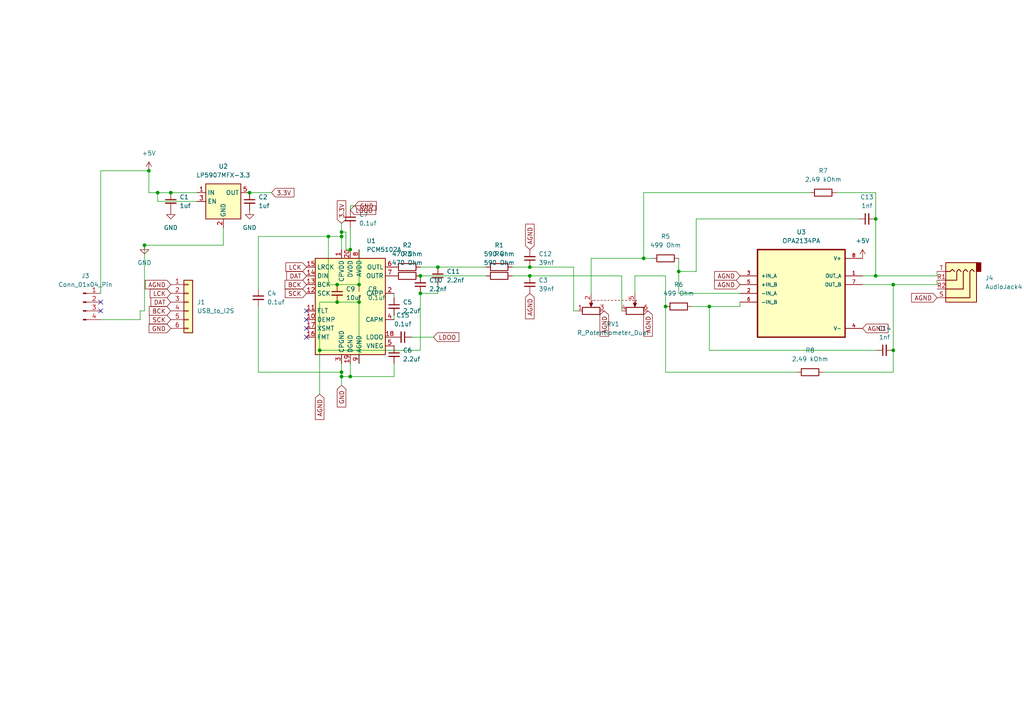
<source format=kicad_sch>
(kicad_sch (version 20250114) (generator "eeschema") (generator_version "9.0")
  (paper "A4")
  (lib_symbols
    (symbol "Audio:PCM5102A"
      (property "Reference" "U" (at -10.16 13.97 0))
      (property "Value" "PCM5102A" (at 3.81 13.97 0))
      (symbol "PCM5102A_0_1"
        (rectangle (start -10.16 12.7) (end 10.16 -15.24) (stroke (width 0.254)) (fill (type background)))
      )
      (symbol "PCM5102A_1_1"
        (pin input line (at -12.7 10.16 0) (length 2.54) (name "LRCK") (number "15"))
        (pin input line (at -12.7 7.62 0) (length 2.54) (name "DIN") (number "14"))
        (pin input line (at -12.7 5.08 0) (length 2.54) (name "BCK") (number "13"))
        (pin input line (at -12.7 2.54 0) (length 2.54) (name "SCK") (number "12"))
        (pin input line (at -12.7 -2.54 0) (length 2.54) (name "FLT") (number "11"))
        (pin input line (at -12.7 -5.08 0) (length 2.54) (name "DEMP") (number "10"))
        (pin input line (at -12.7 -7.62 0) (length 2.54) (name "XSMT") (number "17"))
        (pin input line (at -12.7 -10.16 0) (length 2.54) (name "FMT") (number "16"))
        (pin passive line (at -2.54 15.24 270) (length 2.54) (name "CPVDD") (number "1"))
        (pin power_in line (at -2.54 -17.78 90) (length 2.54) (name "CPGND") (number "3"))
        (pin power_in line (at 0 15.24 270) (length 2.54) (name "DVDD") (number "20"))
        (pin power_in line (at 0 -17.78 90) (length 2.54) (name "DGND") (number "19"))
        (pin power_in line (at 2.54 15.24 270) (length 2.54) (name "AVDD") (number "8"))
        (pin power_in line (at 2.54 -17.78 90) (length 2.54) (name "AGND") (number "9"))
        (pin output line (at 12.7 10.16 180) (length 2.54) (name "OUTL") (number "6"))
        (pin output line (at 12.7 7.62 180) (length 2.54) (name "OUTR") (number "7"))
        (pin passive line (at 12.7 2.54 180) (length 2.54) (name "CAPP") (number "2"))
        (pin passive line (at 12.7 -5.08 180) (length 2.54) (name "CAPM") (number "4"))
        (pin passive line (at 12.7 -10.16 180) (length 2.54) (name "LDOO") (number "18"))
        (pin passive line (at 12.7 -12.7 180) (length 2.54) (name "VNEG") (number "5"))
      )
    )
    (symbol "Connector:Conn_01x04_Pin" (pin_names (offset 1.016) (hide yes))
      (property "Reference" "J3" (at 0.635 7.62 0))
      (property "Value" "Conn_01x04_Pin" (at 0.635 5.08 0))
      (symbol "Conn_01x04_Pin_1_1"
        (rectangle (start 0.8636 2.667) (end 0 2.413) (stroke (width 0.1524)) (fill (type outline)))
        (rectangle (start 0.8636 0.127) (end 0 -0.127) (stroke (width 0.1524)) (fill (type outline)))
        (rectangle (start 0.8636 -2.413) (end 0 -2.667) (stroke (width 0.1524)) (fill (type outline)))
        (rectangle (start 0.8636 -4.953) (end 0 -5.207) (stroke (width 0.1524)) (fill (type outline)))
        (polyline (pts (xy 1.27 2.54) (xy 0.8636 2.54)) (stroke (width 0.1524)))
        (polyline (pts (xy 1.27 0) (xy 0.8636 0)) (stroke (width 0.1524)))
        (polyline (pts (xy 1.27 -2.54) (xy 0.8636 -2.54)) (stroke (width 0.1524)))
        (polyline (pts (xy 1.27 -5.08) (xy 0.8636 -5.08)) (stroke (width 0.1524)))
        (pin power_out line (at 5.08 2.54 180) (length 3.81) (name "Pin_1") (number "1"))
        (pin passive line (at 5.08 0 180) (length 3.81) (name "Pin_2") (number "2"))
        (pin passive line (at 5.08 -2.54 180) (length 3.81) (name "Pin_3") (number "3"))
        (pin power_in line (at 5.08 -5.08 180) (length 3.81) (name "Pin_4") (number "4"))
      )
    )
    (symbol "Connector_Audio:AudioJack4"
      (property "Reference" "J" (at 0 8.89 0))
      (property "Value" "AudioJack4" (at 0 6.35 0))
      (symbol "AudioJack4_0_1"
        (rectangle (start -6.35 -5.08) (end -7.62 -7.62) (stroke (width 0.254)) (fill (type outline)))
        (polyline (pts (xy -5.715 -5.08) (xy -5.08 -5.715) (xy -4.445 -5.08) (xy -4.445 2.54) (xy 2.54 2.54)) (stroke (width 0.254)))
        (polyline (pts (xy -1.905 -5.08) (xy -1.27 -5.715) (xy -0.635 -5.08) (xy -0.635 -2.54) (xy 2.54 -2.54)) (stroke (width 0.254)))
        (polyline (pts (xy 0 -5.08) (xy 0.635 -5.715) (xy 1.27 -5.08) (xy 2.54 -5.08)) (stroke (width 0.254)))
        (rectangle (start 2.54 3.81) (end -6.35 -7.62) (stroke (width 0.254)) (fill (type background)))
        (polyline (pts (xy 2.54 0) (xy -2.54 0) (xy -2.54 -5.08) (xy -3.175 -5.715) (xy -3.81 -5.08)) (stroke (width 0.254)))
      )
      (symbol "AudioJack4_1_1"
        (pin passive line (at 5.08 2.54 180) (length 2.54) (name "~") (number "S"))
        (pin passive line (at 5.08 0 180) (length 2.54) (name "~") (number "R2"))
        (pin passive line (at 5.08 -2.54 180) (length 2.54) (name "~") (number "R1"))
        (pin passive line (at 5.08 -5.08 180) (length 2.54) (name "~") (number "T"))
      )
    )
    (symbol "Connector_Generic:Conn_01x06" (pin_names (offset 1.016) (hide yes))
      (property "Reference" "J1" (at 2.54 0.0001 0))
      (property "Value" "USB_to_I2S" (at 2.54 -2.5399 0))
      (symbol "Conn_01x06_1_1"
        (rectangle (start -1.27 6.35) (end 1.27 -8.89) (stroke (width 0.254)) (fill (type background)))
        (rectangle (start -1.27 5.207) (end 0 4.953) (stroke (width 0.1524)))
        (rectangle (start -1.27 2.667) (end 0 2.413) (stroke (width 0.1524)))
        (rectangle (start -1.27 0.127) (end 0 -0.127) (stroke (width 0.1524)))
        (rectangle (start -1.27 -2.413) (end 0 -2.667) (stroke (width 0.1524)))
        (rectangle (start -1.27 -4.953) (end 0 -5.207) (stroke (width 0.1524)))
        (rectangle (start -1.27 -7.493) (end 0 -7.747) (stroke (width 0.1524)))
        (pin power_out line (at -5.08 5.08 0) (length 3.81) (name "Pin_1") (number "1"))
        (pin passive line (at -5.08 2.54 0) (length 3.81) (name "Pin_2") (number "2"))
        (pin passive line (at -5.08 0 0) (length 3.81) (name "Pin_3") (number "3"))
        (pin passive line (at -5.08 -2.54 0) (length 3.81) (name "Pin_4") (number "4"))
        (pin passive line (at -5.08 -5.08 0) (length 3.81) (name "Pin_5") (number "5"))
        (pin power_out line (at -5.08 -7.62 0) (length 3.81) (name "Pin_6") (number "6"))
      )
    )
    (symbol "Device:C_Small" (pin_numbers (hide yes)) (pin_names (offset 0.254) (hide yes))
      (property "Reference" "C" (at 0.254 1.778 0))
      (property "Value" "C_Small" (at 0.254 -2.032 0))
      (symbol "C_Small_0_1"
        (polyline (pts (xy -1.524 0.508) (xy 1.524 0.508)) (stroke (width 0.3048)))
        (polyline (pts (xy -1.524 -0.508) (xy 1.524 -0.508)) (stroke (width 0.3302)))
      )
      (symbol "C_Small_1_1"
        (pin passive line (at 0 2.54 270) (length 2.032) (name "~") (number "1"))
        (pin passive line (at 0 -2.54 90) (length 2.032) (name "~") (number "2"))
      )
    )
    (symbol "Device:R" (pin_numbers (hide yes)) (pin_names (offset 0))
      (property "Reference" "R" (at 2.032 0 90))
      (property "Value" "R" (at 0 0 90))
      (symbol "R_0_1"
        (rectangle (start -1.016 -2.54) (end 1.016 2.54) (stroke (width 0.254)))
      )
      (symbol "R_1_1"
        (pin passive line (at 0 3.81 270) (length 1.27) (name "~") (number "1"))
        (pin passive line (at 0 -3.81 90) (length 1.27) (name "~") (number "2"))
      )
    )
    (symbol "Device:R_Potentiometer_Dual" (pin_names (offset 1.016) (hide yes))
      (property "Reference" "RV" (at 0 3.81 0))
      (property "Value" "R_Potentiometer_Dual" (at 0 1.905 0))
      (symbol "R_Potentiometer_Dual_0_1"
        (rectangle (start -8.89 -1.524) (end -3.81 -3.556) (stroke (width 0.254)))
        (polyline (pts (xy -6.35 0) (xy -6.35 -1.016)))
        (polyline (pts (xy -6.35 0) (xy -6.35 -1.016)))
        (polyline (pts (xy -6.35 0) (xy -5.842 0.508)))
        (polyline (pts (xy -6.35 -1.397) (xy -6.858 -0.254) (xy -5.842 -0.254) (xy -6.35 -1.397)) (fill (type outline)))
        (polyline (pts (xy -5.588 0.508) (xy -5.08 0.508)))
        (polyline (pts (xy -4.572 0.508) (xy -4.064 0.508)))
        (polyline (pts (xy -3.556 0.508) (xy -3.048 0.508)))
        (polyline (pts (xy -2.54 0.508) (xy -2.032 0.508)))
        (polyline (pts (xy -1.524 0.508) (xy -1.016 0.508)))
        (polyline (pts (xy -0.508 0.508) (xy 0 0.508)))
        (polyline (pts (xy 0.508 0.508) (xy 1.016 0.508)))
        (polyline (pts (xy 1.524 0.508) (xy 2.032 0.508)))
        (polyline (pts (xy 2.54 0.508) (xy 3.048 0.508)))
        (polyline (pts (xy 3.556 0.508) (xy 4.064 0.508)))
        (rectangle (start 3.81 -1.524) (end 8.89 -3.556) (stroke (width 0.254)))
        (polyline (pts (xy 4.572 0.508) (xy 5.08 0.508)))
        (polyline (pts (xy 5.588 0.508) (xy 6.096 0.508)))
        (polyline (pts (xy 6.35 0) (xy 6.35 -1.016)))
        (polyline (pts (xy 6.35 0) (xy 6.35 -1.016)))
        (polyline (pts (xy 6.35 -1.397) (xy 5.842 -0.254) (xy 6.858 -0.254) (xy 6.35 -1.397)) (fill (type outline)))
        (polyline (pts (xy 6.604 0.508) (xy 6.858 0.508) (xy 6.35 0)))
      )
      (symbol "R_Potentiometer_Dual_1_1"
        (pin passive line (at -10.16 -2.54 0) (length 1.27) (name "1") (number "1"))
        (pin passive line (at -6.35 2.54 270) (length 2.54) (name "2") (number "2"))
        (pin passive line (at -2.54 -2.54 180) (length 1.27) (name "3") (number "3"))
        (pin passive line (at 2.54 -2.54 0) (length 1.27) (name "4") (number "4"))
        (pin passive line (at 6.35 2.54 270) (length 2.54) (name "5") (number "5"))
        (pin passive line (at 10.16 -2.54 180) (length 1.27) (name "6") (number "6"))
      )
    )
    (symbol "OPA2134PA:OPA2134PA" (pin_names (offset 1.016))
      (property "Reference" "U" (at -12.7 13.7 0))
      (property "Value" "OPA2134PA" (at -12.7 -16.7 0))
      (symbol "OPA2134PA_0_0"
        (rectangle (start -12.7 -12.7) (end 12.7 12.7) (stroke (width 0.41)) (fill (type background)))
        (pin input line (at -17.78 5.08 0) (length 5.08) (name "+IN_A") (number "3"))
        (pin input line (at -17.78 2.54 0) (length 5.08) (name "+IN_B") (number "5"))
        (pin input line (at -17.78 0 0) (length 5.08) (name "-IN_A") (number "2"))
        (pin input line (at -17.78 -2.54 0) (length 5.08) (name "-IN_B") (number "6"))
        (pin power_in line (at 17.78 10.16 180) (length 5.08) (name "V+") (number "8"))
        (pin output line (at 17.78 5.08 180) (length 5.08) (name "OUT_A") (number "1"))
        (pin output line (at 17.78 2.54 180) (length 5.08) (name "OUT_B") (number "7"))
        (pin power_in line (at 17.78 -10.16 180) (length 5.08) (name "V-") (number "4"))
      )
    )
    (symbol "Regulator_Linear:LP5907MFX-3.3"
      (property "Reference" "U" (at -3.81 6.35 0))
      (property "Value" "LP5907MFX-3.3" (at 6.35 6.35 0))
      (symbol "LP5907MFX-3.3_0_1"
        (rectangle (start -5.08 -5.08) (end 5.08 5.08) (stroke (width 0.254)) (fill (type background)))
        (pin power_in line (at -7.62 2.54 0) (length 2.54) (name "IN") (number "1"))
        (pin input line (at -7.62 0 0) (length 2.54) (name "EN") (number "3"))
        (pin power_in line (at 0 -7.62 90) (length 2.54) (name "GND") (number "2"))
        (pin no_connect line (at 5.08 0 180) (length 2.54) (hide yes) (name "NC") (number "4"))
        (pin power_out line (at 7.62 2.54 180) (length 2.54) (name "OUT") (number "5"))
      )
    )
    (symbol "power:+5V" (power) (pin_numbers (hide yes)) (pin_names (offset 0) (hide yes))
      (property "Value" "+5V" (at 0 3.556 0))
      (symbol "+5V_0_1"
        (polyline (pts (xy -0.762 1.27) (xy 0 2.54)))
        (polyline (pts (xy 0 2.54) (xy 0.762 1.27)))
        (polyline (pts (xy 0 0) (xy 0 2.54)))
      )
      (symbol "+5V_1_1"
        (pin power_in line (at 0 0 90) (length 0) (name "~") (number "1"))
      )
    )
    (symbol "power:GND" (power) (pin_numbers (hide yes)) (pin_names (offset 0) (hide yes))
      (property "Value" "GND" (at 0 -3.81 0))
      (symbol "GND_0_1"
        (polyline (pts (xy 0 0) (xy 0 -1.27) (xy 1.27 -1.27) (xy 0 -2.54) (xy -1.27 -1.27) (xy 0 -1.27)))
      )
      (symbol "GND_1_1"
        (pin power_in line (at 0 0 270) (length 0) (name "~") (number "1"))
      )
    )
  )
  (junction (at 254 80.01))
  (junction (at 95.25 68.58))
  (junction (at 99.06 109.22))
  (junction (at 72.39 55.88))
  (junction (at 49.53 55.88))
  (junction (at 97.79 82.55))
  (junction (at 97.79 87.63))
  (junction (at 104.14 87.63))
  (junction (at 43.18 49.53))
  (junction (at 205.74 88.9))
  (junction (at 259.08 101.6))
  (junction (at 45.72 55.88))
  (junction (at 41.91 71.12))
  (junction (at 99.06 107.95))
  (junction (at 153.67 80.01))
  (junction (at 196.85 78.74))
  (junction (at 92.71 101.6))
  (junction (at 254 63.5))
  (junction (at 186.69 74.93))
  (junction (at 101.6 72.39))
  (junction (at 193.04 88.9))
  (junction (at 121.92 85.09))
  (junction (at 104.14 82.55))
  (junction (at 101.6 109.22))
  (junction (at 127 77.47))
  (junction (at 153.67 77.47))
  (junction (at 99.06 68.58))
  (junction (at 121.92 80.01))
  (junction (at 99.06 67.31))
  (junction (at 259.08 82.55))
  (no_connect (at 88.9 92.71))
  (no_connect (at 29.21 87.63))
  (no_connect (at 88.9 95.25))
  (no_connect (at 88.9 90.17))
  (no_connect (at 29.21 90.17))
  (no_connect (at 88.9 97.79))
  (wire (pts (xy 99.06 107.95) (xy 99.06 105.41)))
  (wire (pts (xy 97.79 82.55) (xy 95.25 82.55)))
  (wire (pts (xy 148.59 80.01) (xy 153.67 80.01)))
  (wire (pts (xy 205.74 88.9) (xy 205.74 101.6)))
  (wire (pts (xy 166.37 90.17) (xy 167.64 90.17)))
  (wire (pts (xy 97.79 82.55) (xy 104.14 82.55)))
  (wire (pts (xy 40.64 90.17) (xy 40.64 92.71)))
  (wire (pts (xy 193.04 107.95) (xy 231.14 107.95)))
  (wire (pts (xy 100.33 72.39) (xy 101.6 72.39)))
  (wire (pts (xy 41.91 71.12) (xy 64.77 71.12)))
  (wire (pts (xy 104.14 87.63) (xy 104.14 105.41)))
  (wire (pts (xy 114.3 105.41) (xy 114.3 109.22)))
  (wire (pts (xy 259.08 107.95) (xy 259.08 101.6)))
  (wire (pts (xy 114.3 85.09) (xy 114.3 86.36)))
  (wire (pts (xy 45.72 58.42) (xy 45.72 55.88)))
  (wire (pts (xy 43.18 49.53) (xy 29.21 49.53)))
  (wire (pts (xy 92.71 101.6) (xy 121.92 101.6)))
  (wire (pts (xy 184.15 85.09) (xy 184.15 80.01)))
  (wire (pts (xy 99.06 109.22) (xy 101.6 109.22)))
  (wire (pts (xy 74.93 68.58) (xy 95.25 68.58)))
  (wire (pts (xy 40.64 92.71) (xy 29.21 92.71)))
  (wire (pts (xy 43.18 49.53) (xy 43.18 55.88)))
  (wire (pts (xy 102.87 59.69) (xy 101.6 59.69)))
  (wire (pts (xy 57.15 58.42) (xy 45.72 58.42)))
  (wire (pts (xy 250.19 80.01) (xy 254 80.01)))
  (wire (pts (xy 43.18 55.88) (xy 45.72 55.88)))
  (wire (pts (xy 201.93 63.5) (xy 248.92 63.5)))
  (wire (pts (xy 29.21 49.53) (xy 29.21 85.09)))
  (wire (pts (xy 259.08 82.55) (xy 259.08 101.6)))
  (wire (pts (xy 41.91 71.12) (xy 41.91 90.17)))
  (wire (pts (xy 259.08 82.55) (xy 271.78 82.55)))
  (wire (pts (xy 101.6 66.04) (xy 101.6 72.39)))
  (wire (pts (xy 254 80.01) (xy 271.78 80.01)))
  (wire (pts (xy 166.37 77.47) (xy 166.37 90.17)))
  (wire (pts (xy 95.25 68.58) (xy 99.06 68.58)))
  (wire (pts (xy 121.92 80.01) (xy 140.97 80.01)))
  (wire (pts (xy 186.69 55.88) (xy 234.95 55.88)))
  (wire (pts (xy 74.93 83.82) (xy 74.93 68.58)))
  (wire (pts (xy 200.66 88.9) (xy 205.74 88.9)))
  (wire (pts (xy 205.74 101.6) (xy 254 101.6)))
  (wire (pts (xy 101.6 109.22) (xy 114.3 109.22)))
  (wire (pts (xy 99.06 68.58) (xy 99.06 72.39)))
  (wire (pts (xy 127 77.47) (xy 140.97 77.47)))
  (wire (pts (xy 101.6 59.69) (xy 101.6 60.96)))
  (wire (pts (xy 184.15 80.01) (xy 193.04 80.01)))
  (wire (pts (xy 271.78 82.55) (xy 271.78 81.28)))
  (wire (pts (xy 114.3 91.44) (xy 114.3 92.71)))
  (wire (pts (xy 196.85 74.93) (xy 196.85 78.74)))
  (wire (pts (xy 271.78 80.01) (xy 271.78 78.74)))
  (wire (pts (xy 193.04 80.01) (xy 193.04 88.9)))
  (wire (pts (xy 92.71 101.6) (xy 92.71 114.3)))
  (wire (pts (xy 92.71 87.63) (xy 92.71 101.6)))
  (wire (pts (xy 205.74 88.9) (xy 214.63 88.9)))
  (wire (pts (xy 153.67 77.47) (xy 166.37 77.47)))
  (wire (pts (xy 214.63 88.9) (xy 214.63 87.63)))
  (wire (pts (xy 74.93 88.9) (xy 74.93 107.95)))
  (wire (pts (xy 238.76 107.95) (xy 259.08 107.95)))
  (wire (pts (xy 64.77 71.12) (xy 64.77 66.04)))
  (wire (pts (xy 196.85 78.74) (xy 196.85 85.09)))
  (wire (pts (xy 186.69 74.93) (xy 186.69 55.88)))
  (wire (pts (xy 97.79 87.63) (xy 104.14 87.63)))
  (wire (pts (xy 74.93 107.95) (xy 99.06 107.95)))
  (wire (pts (xy 171.45 85.09) (xy 171.45 74.93)))
  (wire (pts (xy 254 63.5) (xy 254 80.01)))
  (wire (pts (xy 119.38 97.79) (xy 125.73 97.79)))
  (wire (pts (xy 100.33 67.31) (xy 100.33 72.39)))
  (wire (pts (xy 242.57 55.88) (xy 254 55.88)))
  (wire (pts (xy 121.92 85.09) (xy 127 85.09)))
  (wire (pts (xy 121.92 77.47) (xy 127 77.47)))
  (wire (pts (xy 104.14 72.39) (xy 104.14 82.55)))
  (wire (pts (xy 99.06 109.22) (xy 99.06 111.76)))
  (wire (pts (xy 171.45 74.93) (xy 186.69 74.93)))
  (wire (pts (xy 99.06 67.31) (xy 99.06 68.58)))
  (wire (pts (xy 99.06 64.77) (xy 99.06 67.31)))
  (wire (pts (xy 196.85 78.74) (xy 201.93 78.74)))
  (wire (pts (xy 193.04 88.9) (xy 193.04 107.95)))
  (wire (pts (xy 148.59 77.47) (xy 153.67 77.47)))
  (wire (pts (xy 180.34 80.01) (xy 180.34 90.17)))
  (wire (pts (xy 201.93 78.74) (xy 201.93 63.5)))
  (wire (pts (xy 99.06 107.95) (xy 99.06 109.22)))
  (wire (pts (xy 196.85 85.09) (xy 214.63 85.09)))
  (wire (pts (xy 45.72 55.88) (xy 49.53 55.88)))
  (wire (pts (xy 186.69 74.93) (xy 189.23 74.93)))
  (wire (pts (xy 153.67 80.01) (xy 180.34 80.01)))
  (wire (pts (xy 40.64 90.17) (xy 41.91 90.17)))
  (wire (pts (xy 95.25 82.55) (xy 95.25 68.58)))
  (wire (pts (xy 49.53 55.88) (xy 57.15 55.88)))
  (wire (pts (xy 99.06 67.31) (xy 100.33 67.31)))
  (wire (pts (xy 121.92 85.09) (xy 121.92 101.6)))
  (wire (pts (xy 127 82.55) (xy 127 85.09)))
  (wire (pts (xy 101.6 105.41) (xy 101.6 109.22)))
  (wire (pts (xy 254 55.88) (xy 254 63.5)))
  (wire (pts (xy 97.79 87.63) (xy 92.71 87.63)))
  (wire (pts (xy 250.19 82.55) (xy 259.08 82.55)))
  (wire (pts (xy 78.74 55.88) (xy 72.39 55.88)))
  (global_label "BCK" (shape input) (at 88.9 82.55 180) (property "Intersheetrefs" "${INTERSHEET_REFS}" (effects (hide yes))))
  (global_label "AGND" (shape input) (at 187.96 90.17 270) (property "Intersheetrefs" "${INTERSHEET_REFS}" (effects (hide yes))))
  (global_label "LCK" (shape input) (at 88.9 77.47 180) (property "Intersheetrefs" "${INTERSHEET_REFS}" (effects (hide yes))))
  (global_label "AGND" (shape input) (at 271.78 86.36 180) (property "Intersheetrefs" "${INTERSHEET_REFS}" (effects (hide yes))))
  (global_label "GND" (shape input) (at 102.87 59.69 0) (property "Intersheetrefs" "${INTERSHEET_REFS}" (effects (hide yes))))
  (global_label "AGND" (shape input) (at 49.53 82.55 180) (property "Intersheetrefs" "${INTERSHEET_REFS}" (effects (hide yes))))
  (global_label "SCK" (shape input) (at 88.9 85.09 180) (property "Intersheetrefs" "${INTERSHEET_REFS}" (effects (hide yes))))
  (global_label "AGND" (shape input) (at 153.67 85.09 270) (property "Intersheetrefs" "${INTERSHEET_REFS}" (effects (hide yes))))
  (global_label "BCK" (shape input) (at 49.53 90.17 180) (property "Intersheetrefs" "${INTERSHEET_REFS}" (effects (hide yes))))
  (global_label "GND" (shape input) (at 49.53 95.25 180) (property "Intersheetrefs" "${INTERSHEET_REFS}" (effects (hide yes))))
  (global_label "AGND" (shape input) (at 92.71 114.3 270) (property "Intersheetrefs" "${INTERSHEET_REFS}" (effects (hide yes))))
  (global_label "AGND" (shape input) (at 214.63 80.01 180) (property "Intersheetrefs" "${INTERSHEET_REFS}" (effects (hide yes))))
  (global_label "DAT" (shape input) (at 88.9 80.01 180) (property "Intersheetrefs" "${INTERSHEET_REFS}" (effects (hide yes))))
  (global_label "AGND" (shape input) (at 153.67 72.39 90) (property "Intersheetrefs" "${INTERSHEET_REFS}" (effects (hide yes))))
  (global_label "DAT" (shape input) (at 49.53 87.63 180) (property "Intersheetrefs" "${INTERSHEET_REFS}" (effects (hide yes))))
  (global_label "3.3V" (shape input) (at 99.06 64.77 90) (property "Intersheetrefs" "${INTERSHEET_REFS}" (effects (hide yes))))
  (global_label "AGND" (shape input) (at 250.19 95.25 0) (property "Intersheetrefs" "${INTERSHEET_REFS}" (effects (hide yes))))
  (global_label "LDOO" (shape input) (at 101.6 60.96 0) (property "Intersheetrefs" "${INTERSHEET_REFS}" (effects (hide yes))))
  (global_label "3.3V" (shape input) (at 78.74 55.88 0) (property "Intersheetrefs" "${INTERSHEET_REFS}" (effects (hide yes))))
  (global_label "SCK" (shape input) (at 49.53 92.71 180) (property "Intersheetrefs" "${INTERSHEET_REFS}" (effects (hide yes))))
  (global_label "LCK" (shape input) (at 49.53 85.09 180) (property "Intersheetrefs" "${INTERSHEET_REFS}" (effects (hide yes))))
  (global_label "GND" (shape input) (at 99.06 111.76 270) (property "Intersheetrefs" "${INTERSHEET_REFS}" (effects (hide yes))))
  (global_label "AGND" (shape input) (at 175.26 90.17 270) (property "Intersheetrefs" "${INTERSHEET_REFS}" (effects (hide yes))))
  (global_label "AGND" (shape input) (at 214.63 82.55 180) (property "Intersheetrefs" "${INTERSHEET_REFS}" (effects (hide yes))))
  (global_label "LDOO" (shape input) (at 125.73 97.79 0) (property "Intersheetrefs" "${INTERSHEET_REFS}" (effects (hide yes))))
  (symbol (lib_id "Device:R") (at 118.11 77.47 90) (unit 1)
    (property "Reference" "R2" (at 118.11 71.12 90))
    (property "Value" "470 Ohm" (at 118.11 73.66 90))
    (property "Footprint" "Resistor_SMD:R_0201_0603Metric" (effects (hide yes)))
    (property "Description" "Resistor" (effects (hide yes)))
  )
  (symbol (lib_id "Device:C_Small") (at 256.54 101.6 90) (unit 1)
    (property "Reference" "C14" (at 256.5463 95.25 90))
    (property "Value" "1nf" (at 256.5463 97.79 90))
    (property "Footprint" "Capacitor_SMD:C_0201_0603Metric" (effects (hide yes)))
    (property "Description" "Unpolarized capacitor, small symbol" (effects (hide yes)))
  )
  (symbol (lib_id "Regulator_Linear:LP5907MFX-3.3") (at 64.77 58.42 0) (unit 1)
    (property "Reference" "U2" (at 64.77 48.26 0))
    (property "Value" "LP5907MFX-3.3" (at 64.77 50.8 0))
    (property "Footprint" "Package_TO_SOT_SMD:SOT-23-5" (effects (hide yes)))
    (property "Datasheet" "http://www.ti.com/lit/ds/symlink/lp5907.pdf" (effects (hide yes)))
    (property "Description" "250-mA Ultra-Low-Noise Low-IQ LDO, 3.3V, SOT-23" (effects (hide yes)))
  )
  (symbol (lib_id "Device:C_Small") (at 153.67 82.55 180) (unit 1)
    (property "Reference" "C3" (at 156.21 81.2735 0) (effects (justify right)))
    (property "Value" "39nf" (at 156.21 83.8135 0) (effects (justify right)))
    (property "Footprint" "Capacitor_SMD:C_0201_0603Metric" (effects (hide yes)))
    (property "Description" "Unpolarized capacitor, small symbol" (effects (hide yes)))
  )
  (symbol (lib_id "Device:C_Small") (at 121.92 82.55 180) (unit 1)
    (property "Reference" "C10" (at 124.46 81.2735 0) (effects (justify right)))
    (property "Value" "2.2nf" (at 124.46 83.8135 0) (effects (justify right)))
    (property "Footprint" "Capacitor_SMD:C_0201_0603Metric" (effects (hide yes)))
    (property "Description" "Unpolarized capacitor, small symbol" (effects (hide yes)))
  )
  (symbol (lib_id "Device:C_Small") (at 116.84 97.79 270) (unit 1)
    (property "Reference" "C15" (at 116.8336 91.44 90))
    (property "Value" "0.1uf" (at 116.8336 93.98 90))
    (property "Footprint" "Capacitor_SMD:C_0201_0603Metric" (effects (hide yes)))
    (property "Description" "Unpolarized capacitor, small symbol" (effects (hide yes)))
  )
  (symbol (lib_id "Device:R") (at 234.95 107.95 90) (unit 1)
    (property "Reference" "R8" (at 234.95 101.6 90))
    (property "Value" "2.49 kOhm" (at 234.95 104.14 90))
    (property "Footprint" "Resistor_SMD:R_0201_0603Metric" (effects (hide yes)))
    (property "Description" "Resistor" (effects (hide yes)))
  )
  (symbol (lib_id "Device:C_Small") (at 127 80.01 180) (unit 1)
    (property "Reference" "C11" (at 129.54 78.7335 0) (effects (justify right)))
    (property "Value" "2.2nf" (at 129.54 81.2735 0) (effects (justify right)))
    (property "Footprint" "Capacitor_SMD:C_0201_0603Metric" (effects (hide yes)))
    (property "Description" "Unpolarized capacitor, small symbol" (effects (hide yes)))
  )
  (symbol (lib_id "Device:C_Small") (at 101.6 63.5 0) (unit 1)
    (property "Reference" "C7" (at 104.14 62.2362 0) (effects (justify left)))
    (property "Value" "0.1uf" (at 104.14 64.7762 0) (effects (justify left)))
    (property "Footprint" "Capacitor_SMD:C_0201_0603Metric" (effects (hide yes)))
    (property "Description" "Unpolarized capacitor, small symbol" (effects (hide yes)))
  )
  (symbol (lib_id "OPA2134PA:OPA2134PA") (at 232.41 85.09 0) (unit 1)
    (property "Reference" "U3" (at 232.41 67.31 0))
    (property "Value" "OPA2134PA" (at 232.41 69.85 0))
    (property "Footprint" "OPA2134PA:DIP794W45P254L959H508Q8" (effects (hide yes)))
    (property "MF" "Texas" (effects (hide yes)))
    (property "Description_1" "SoundPlus™ Audio Operational Amplifier with Low Distortion, Low Noise and Precision" (effects (hide yes)))
    (property "Package" "PDIP-8 Texas" (effects (hide yes)))
    (property "Price" "None" (effects (hide yes)))
    (property "SnapEDA_Link" "https://www.snapeda.com/parts/OPA2134PA/Texas+Instruments/view-part/?ref=snap" (effects (hide yes)))
    (property "MP" "OPA2134PA" (effects (hide yes)))
    (property "Availability" "In Stock" (effects (hide yes)))
    (property "Check_prices" "https://www.snapeda.com/parts/OPA2134PA/Texas+Instruments/view-part/?ref=eda" (effects (hide yes)))
  )
  (symbol (lib_id "power:GND") (at 49.53 60.96 0) (unit 1)
    (property "Reference" "#PWR04" (effects (hide yes)))
    (property "Value" "GND" (at 49.53 66.04 0))
    (property "Description" "Power symbol creates a global label with name \"GND\" , ground" (effects (hide yes)))
  )
  (symbol (lib_id "power:GND") (at 41.91 71.12 0) (unit 1)
    (property "Reference" "#PWR02" (effects (hide yes)))
    (property "Value" "GND" (at 41.91 76.2 0))
    (property "Description" "Power symbol creates a global label with name \"GND\" , ground" (effects (hide yes)))
  )
  (symbol (lib_id "Device:C_Small") (at 114.3 88.9 0) (unit 1)
    (property "Reference" "C5" (at 116.84 87.6362 0) (effects (justify left)))
    (property "Value" "2.2uf" (at 116.84 90.1762 0) (effects (justify left)))
    (property "Footprint" "Capacitor_SMD:C_0201_0603Metric" (effects (hide yes)))
    (property "Description" "Unpolarized capacitor, small symbol" (effects (hide yes)))
  )
  (symbol (lib_id "Device:R") (at 193.04 74.93 90) (unit 1)
    (property "Reference" "R5" (at 193.04 68.58 90))
    (property "Value" "499 Ohm" (at 193.04 71.12 90))
    (property "Footprint" "Resistor_SMD:R_0201_0603Metric" (effects (hide yes)))
    (property "Description" "Resistor" (effects (hide yes)))
  )
  (symbol (lib_id "Device:C_Small") (at 74.93 86.36 0) (unit 1)
    (property "Reference" "C4" (at 77.47 85.0962 0) (effects (justify left)))
    (property "Value" "0.1uf" (at 77.47 87.6362 0) (effects (justify left)))
    (property "Footprint" "Capacitor_SMD:C_0201_0603Metric" (effects (hide yes)))
    (property "Description" "Unpolarized capacitor, small symbol" (effects (hide yes)))
  )
  (symbol (lib_id "Device:C_Small") (at 114.3 102.87 0) (unit 1)
    (property "Reference" "C6" (at 116.84 101.6062 0) (effects (justify left)))
    (property "Value" "2.2uf" (at 116.84 104.1462 0) (effects (justify left)))
    (property "Footprint" "Capacitor_SMD:C_0201_0603Metric" (effects (hide yes)))
    (property "Description" "Unpolarized capacitor, small symbol" (effects (hide yes)))
  )
  (symbol (lib_id "Device:R") (at 144.78 80.01 90) (unit 1)
    (property "Reference" "R4" (at 144.78 73.66 90))
    (property "Value" "590 Ohm" (at 144.78 76.2 90))
    (property "Footprint" "Resistor_SMD:R_0201_0603Metric" (effects (hide yes)))
    (property "Description" "Resistor" (effects (hide yes)))
  )
  (symbol (lib_id "Device:C_Small") (at 153.67 74.93 180) (unit 1)
    (property "Reference" "C12" (at 156.21 73.6535 0) (effects (justify right)))
    (property "Value" "39nf" (at 156.21 76.1935 0) (effects (justify right)))
    (property "Footprint" "Capacitor_SMD:C_0201_0603Metric" (effects (hide yes)))
    (property "Description" "Unpolarized capacitor, small symbol" (effects (hide yes)))
  )
  (symbol (lib_id "power:GND") (at 72.39 60.96 0) (unit 1)
    (property "Reference" "#PWR03" (effects (hide yes)))
    (property "Value" "GND" (at 72.39 66.04 0))
    (property "Description" "Power symbol creates a global label with name \"GND\" , ground" (effects (hide yes)))
  )
  (symbol (lib_id "Device:C_Small") (at 49.53 58.42 0) (unit 1)
    (property "Reference" "C1" (at 52.07 57.1562 0) (effects (justify left)))
    (property "Value" "1uf" (at 52.07 59.6962 0) (effects (justify left)))
    (property "Footprint" "Capacitor_SMD:C_0201_0603Metric" (effects (hide yes)))
    (property "Description" "Unpolarized capacitor, small symbol" (effects (hide yes)))
  )
  (symbol (lib_id "Connector_Audio:AudioJack4") (at 276.86 83.82 180) (unit 1)
    (property "Reference" "J4" (at 285.75 80.6449 0) (effects (justify right)))
    (property "Value" "AudioJack4" (at 285.75 83.1849 0) (effects (justify right)))
    (property "Footprint" "Connector_Audio:Jack_3.5mm_KoreanHropartsElec_PJ-320D-4A_Horizontal" (effects (hide yes)))
    (property "Description" "Audio Jack, 4 Poles (TRRS)" (effects (hide yes)))
  )
  (symbol (lib_id "Device:R") (at 144.78 77.47 90) (unit 1)
    (property "Reference" "R1" (at 144.78 71.12 90))
    (property "Value" "590 Ohm" (at 144.78 73.66 90))
    (property "Footprint" "Resistor_SMD:R_0201_0603Metric" (effects (hide yes)))
    (property "Description" "Resistor" (effects (hide yes)))
  )
  (symbol (lib_id "Device:C_Small") (at 251.46 63.5 90) (unit 1)
    (property "Reference" "C13" (at 251.4663 57.15 90))
    (property "Value" "1nf" (at 251.4663 59.69 90))
    (property "Footprint" "Capacitor_SMD:C_0201_0603Metric" (effects (hide yes)))
    (property "Description" "Unpolarized capacitor, small symbol" (effects (hide yes)))
  )
  (symbol (lib_id "Device:R_Potentiometer_Dual") (at 177.8 87.63 0) (unit 1)
    (property "Reference" "RV1" (at 177.8 93.98 0))
    (property "Value" "R_Potentiometer_Dual" (at 177.8 96.52 0))
    (property "Footprint" "dac:Dual_Gang_POT" (effects (hide yes)))
    (property "Description" "Dual potentiometer" (effects (hide yes)))
  )
  (symbol (lib_id "Device:R") (at 238.76 55.88 90) (unit 1)
    (property "Reference" "R7" (at 238.76 49.53 90))
    (property "Value" "2.49 kOhm" (at 238.76 52.07 90))
    (property "Footprint" "Resistor_SMD:R_0201_0603Metric" (effects (hide yes)))
    (property "Description" "Resistor" (effects (hide yes)))
  )
  (symbol (lib_id "Device:C_Small") (at 104.14 85.09 0) (unit 1)
    (property "Reference" "C8" (at 106.68 83.8262 0) (effects (justify left)))
    (property "Value" "0.1uf" (at 106.68 86.3662 0) (effects (justify left)))
    (property "Footprint" "Capacitor_SMD:C_0201_0603Metric" (effects (hide yes)))
    (property "Description" "Unpolarized capacitor, small symbol" (effects (hide yes)))
  )
  (symbol (lib_id "Connector:Conn_01x04_Pin") (at 24.13 87.63 0) (unit 1)
    (property "Reference" "J3" (at 24.765 80.01 0))
    (property "Value" "Conn_01x04_Pin" (at 24.765 82.55 0))
    (property "Footprint" "Connector_PinHeader_1.00mm:PinHeader_1x04_P1.00mm_Vertical" (effects (hide yes)))
    (property "Description" "Generic connector, single row, 01x04, script generated" (effects (hide yes)))
  )
  (symbol (lib_id "Device:C_Small") (at 72.39 58.42 0) (unit 1)
    (property "Reference" "C2" (at 74.93 57.1562 0) (effects (justify left)))
    (property "Value" "1uf" (at 74.93 59.6962 0) (effects (justify left)))
    (property "Footprint" "Capacitor_SMD:C_0201_0603Metric" (effects (hide yes)))
    (property "Description" "Unpolarized capacitor, small symbol" (effects (hide yes)))
  )
  (symbol (lib_id "Device:R") (at 118.11 80.01 90) (unit 1)
    (property "Reference" "R3" (at 118.11 73.66 90))
    (property "Value" "470 Ohm" (at 118.11 76.2 90))
    (property "Footprint" "Resistor_SMD:R_0201_0603Metric" (effects (hide yes)))
    (property "Description" "Resistor" (effects (hide yes)))
  )
  (symbol (lib_id "power:+5V") (at 250.19 74.93 0) (unit 1)
    (property "Reference" "#PWR05" (effects (hide yes)))
    (property "Value" "+5V" (at 250.19 69.85 0))
    (property "Description" "Power symbol creates a global label with name \"+5V\"" (effects (hide yes)))
  )
  (symbol (lib_id "power:+5V") (at 43.18 49.53 0) (unit 1)
    (property "Reference" "#PWR01" (effects (hide yes)))
    (property "Value" "+5V" (at 43.18 44.45 0))
    (property "Description" "Power symbol creates a global label with name \"+5V\"" (effects (hide yes)))
  )
  (symbol (lib_id "Audio:PCM5102A") (at 101.6 87.63 0) (unit 1)
    (property "Reference" "U1" (at 106.2833 69.85 0) (effects (justify left)))
    (property "Value" "PCM5102A" (at 106.2833 72.39 0) (effects (justify left)))
    (property "Footprint" "Package_SO:TSSOP-20_4.4x6.5mm_P0.65mm" (effects (hide yes)))
    (property "Datasheet" "https://www.ti.com/lit/ds/symlink/pcm5102a.pdf" (effects (hide yes)))
    (property "Description" "2.1 VRMS, 112dB Audio Stereo DAC with PLL and 32-bit, 384kHz PCM Interface, TSSOP-20" (effects (hide yes)))
  )
  (symbol (lib_id "Device:C_Small") (at 97.79 85.09 0) (unit 1)
    (property "Reference" "C9" (at 100.33 83.8262 0) (effects (justify left)))
    (property "Value" "10uf" (at 100.33 86.3662 0) (effects (justify left)))
    (property "Footprint" "Capacitor_SMD:C_0201_0603Metric" (effects (hide yes)))
    (property "Description" "Unpolarized capacitor, small symbol" (effects (hide yes)))
  )
  (symbol (lib_id "Connector_Generic:Conn_01x06") (at 54.61 87.63 0) (unit 1)
    (property "Reference" "J1" (at 57.15 87.6299 0) (effects (justify left)))
    (property "Value" "USB_to_I2S" (at 57.15 90.1699 0) (effects (justify left)))
    (property "Footprint" "dac:USB_I2S_Module" (effects (hide yes)))
    (property "Description" "Generic connector, single row, 01x06, script generated (kicad-library-utils/schlib/autogen/connector/)" (effects (hide yes)))
  )
  (symbol (lib_id "Device:R") (at 196.85 88.9 90) (unit 1)
    (property "Reference" "R6" (at 196.85 82.55 90))
    (property "Value" "499 Ohm" (at 196.85 85.09 90))
    (property "Footprint" "Resistor_SMD:R_0201_0603Metric" (effects (hide yes)))
    (property "Description" "Resistor" (effects (hide yes)))
  )
)
</source>
